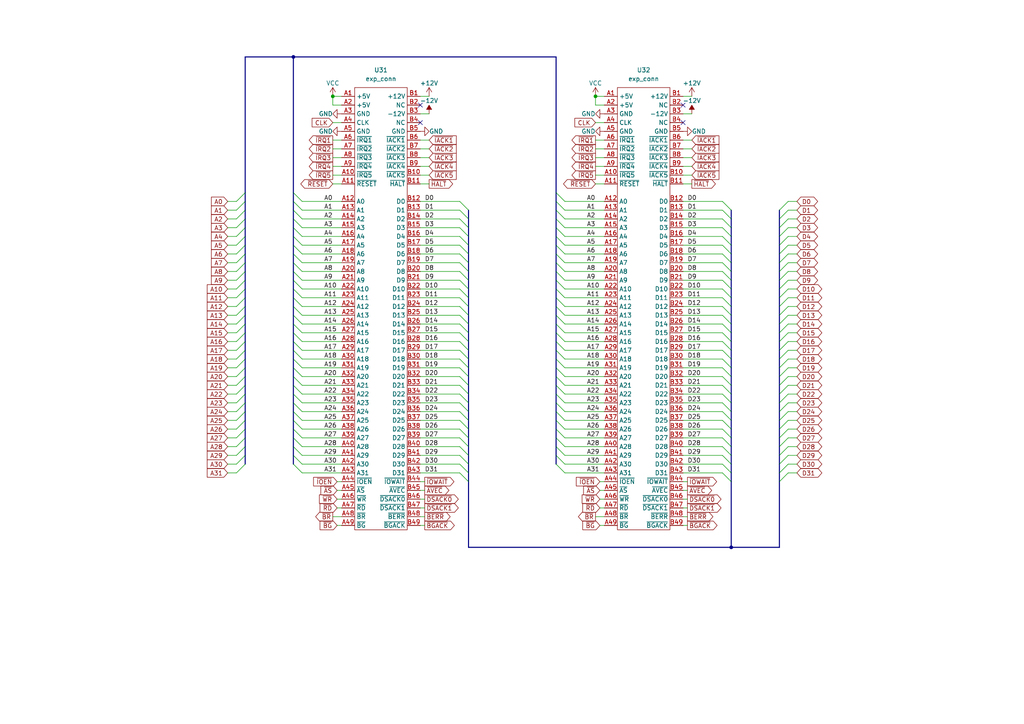
<source format=kicad_sch>
(kicad_sch (version 20211123) (generator eeschema)
  (paper "A4")
  (title_block (title "68030 computer") (date "2022-02-04") (rev "1") (comment 1 "https://github.com/jtsiomb/m68kcomputer2") (comment 2 "Free hardware design - GNU General Public License v3") (comment 3 "Copyright (C) 2022 John Tsiombikas <nuclear@member.fsf.org>"))
  (junction (at 96.52 27.94))
  (junction (at 212.09 158.75))
  (junction (at 85.09 16.51))
  (junction (at 172.72 27.94))
  (no_connect (at 121.92 30.48))
  (no_connect (at 121.92 35.56))
  (no_connect (at 198.12 30.48))
  (no_connect (at 198.12 35.56))
  (bus_entry (at 226.06 106.68) (size 2.54 -2.54))
  (bus_entry (at 209.55 66.04) (size 2.54 2.54))
  (bus_entry (at 161.29 104.14) (size 2.54 2.54))
  (bus_entry (at 68.58 101.6) (size 2.54 -2.54))
  (bus_entry (at 68.58 78.74) (size 2.54 -2.54))
  (bus_entry (at 226.06 124.46) (size 2.54 -2.54))
  (bus_entry (at 161.29 63.5) (size 2.54 2.54))
  (bus_entry (at 226.06 121.92) (size 2.54 -2.54))
  (bus_entry (at 161.29 66.04) (size 2.54 2.54))
  (bus_entry (at 209.55 101.6) (size 2.54 2.54))
  (bus_entry (at 226.06 114.3) (size 2.54 -2.54))
  (bus_entry (at 85.09 96.52) (size 2.54 2.54))
  (bus_entry (at 133.35 101.6) (size 2.54 2.54))
  (bus_entry (at 133.35 129.54) (size 2.54 2.54))
  (bus_entry (at 133.35 121.92) (size 2.54 2.54))
  (bus_entry (at 209.55 86.36) (size 2.54 2.54))
  (bus_entry (at 68.58 116.84) (size 2.54 -2.54))
  (bus_entry (at 85.09 101.6) (size 2.54 2.54))
  (bus_entry (at 226.06 81.28) (size 2.54 -2.54))
  (bus_entry (at 226.06 73.66) (size 2.54 -2.54))
  (bus_entry (at 226.06 116.84) (size 2.54 -2.54))
  (bus_entry (at 161.29 99.06) (size 2.54 2.54))
  (bus_entry (at 85.09 121.92) (size 2.54 2.54))
  (bus_entry (at 68.58 114.3) (size 2.54 -2.54))
  (bus_entry (at 209.55 137.16) (size 2.54 2.54))
  (bus_entry (at 85.09 78.74) (size 2.54 2.54))
  (bus_entry (at 68.58 73.66) (size 2.54 -2.54))
  (bus_entry (at 209.55 132.08) (size 2.54 2.54))
  (bus_entry (at 133.35 137.16) (size 2.54 2.54))
  (bus_entry (at 68.58 83.82) (size 2.54 -2.54))
  (bus_entry (at 68.58 121.92) (size 2.54 -2.54))
  (bus_entry (at 226.06 60.96) (size 2.54 -2.54))
  (bus_entry (at 226.06 68.58) (size 2.54 -2.54))
  (bus_entry (at 133.35 111.76) (size 2.54 2.54))
  (bus_entry (at 133.35 83.82) (size 2.54 2.54))
  (bus_entry (at 133.35 109.22) (size 2.54 2.54))
  (bus_entry (at 161.29 91.44) (size 2.54 2.54))
  (bus_entry (at 85.09 63.5) (size 2.54 2.54))
  (bus_entry (at 226.06 129.54) (size 2.54 -2.54))
  (bus_entry (at 209.55 114.3) (size 2.54 2.54))
  (bus_entry (at 226.06 86.36) (size 2.54 -2.54))
  (bus_entry (at 68.58 86.36) (size 2.54 -2.54))
  (bus_entry (at 161.29 134.62) (size 2.54 2.54))
  (bus_entry (at 209.55 109.22) (size 2.54 2.54))
  (bus_entry (at 209.55 68.58) (size 2.54 2.54))
  (bus_entry (at 161.29 121.92) (size 2.54 2.54))
  (bus_entry (at 226.06 99.06) (size 2.54 -2.54))
  (bus_entry (at 85.09 55.88) (size 2.54 2.54))
  (bus_entry (at 161.29 76.2) (size 2.54 2.54))
  (bus_entry (at 68.58 106.68) (size 2.54 -2.54))
  (bus_entry (at 161.29 93.98) (size 2.54 2.54))
  (bus_entry (at 68.58 76.2) (size 2.54 -2.54))
  (bus_entry (at 209.55 76.2) (size 2.54 2.54))
  (bus_entry (at 85.09 83.82) (size 2.54 2.54))
  (bus_entry (at 161.29 88.9) (size 2.54 2.54))
  (bus_entry (at 226.06 91.44) (size 2.54 -2.54))
  (bus_entry (at 226.06 78.74) (size 2.54 -2.54))
  (bus_entry (at 226.06 132.08) (size 2.54 -2.54))
  (bus_entry (at 133.35 78.74) (size 2.54 2.54))
  (bus_entry (at 85.09 93.98) (size 2.54 2.54))
  (bus_entry (at 226.06 93.98) (size 2.54 -2.54))
  (bus_entry (at 161.29 119.38) (size 2.54 2.54))
  (bus_entry (at 85.09 91.44) (size 2.54 2.54))
  (bus_entry (at 209.55 106.68) (size 2.54 2.54))
  (bus_entry (at 161.29 78.74) (size 2.54 2.54))
  (bus_entry (at 133.35 63.5) (size 2.54 2.54))
  (bus_entry (at 209.55 88.9) (size 2.54 2.54))
  (bus_entry (at 85.09 99.06) (size 2.54 2.54))
  (bus_entry (at 133.35 66.04) (size 2.54 2.54))
  (bus_entry (at 161.29 55.88) (size 2.54 2.54))
  (bus_entry (at 161.29 68.58) (size 2.54 2.54))
  (bus_entry (at 226.06 88.9) (size 2.54 -2.54))
  (bus_entry (at 226.06 76.2) (size 2.54 -2.54))
  (bus_entry (at 85.09 111.76) (size 2.54 2.54))
  (bus_entry (at 85.09 116.84) (size 2.54 2.54))
  (bus_entry (at 68.58 60.96) (size 2.54 -2.54))
  (bus_entry (at 226.06 137.16) (size 2.54 -2.54))
  (bus_entry (at 226.06 104.14) (size 2.54 -2.54))
  (bus_entry (at 133.35 106.68) (size 2.54 2.54))
  (bus_entry (at 161.29 86.36) (size 2.54 2.54))
  (bus_entry (at 209.55 111.76) (size 2.54 2.54))
  (bus_entry (at 85.09 134.62) (size 2.54 2.54))
  (bus_entry (at 209.55 71.12) (size 2.54 2.54))
  (bus_entry (at 85.09 73.66) (size 2.54 2.54))
  (bus_entry (at 68.58 66.04) (size 2.54 -2.54))
  (bus_entry (at 209.55 78.74) (size 2.54 2.54))
  (bus_entry (at 226.06 127) (size 2.54 -2.54))
  (bus_entry (at 85.09 129.54) (size 2.54 2.54))
  (bus_entry (at 85.09 76.2) (size 2.54 2.54))
  (bus_entry (at 85.09 124.46) (size 2.54 2.54))
  (bus_entry (at 68.58 71.12) (size 2.54 -2.54))
  (bus_entry (at 85.09 60.96) (size 2.54 2.54))
  (bus_entry (at 85.09 114.3) (size 2.54 2.54))
  (bus_entry (at 209.55 124.46) (size 2.54 2.54))
  (bus_entry (at 209.55 121.92) (size 2.54 2.54))
  (bus_entry (at 161.29 124.46) (size 2.54 2.54))
  (bus_entry (at 85.09 132.08) (size 2.54 2.54))
  (bus_entry (at 161.29 129.54) (size 2.54 2.54))
  (bus_entry (at 68.58 81.28) (size 2.54 -2.54))
  (bus_entry (at 68.58 58.42) (size 2.54 -2.54))
  (bus_entry (at 133.35 96.52) (size 2.54 2.54))
  (bus_entry (at 161.29 109.22) (size 2.54 2.54))
  (bus_entry (at 85.09 109.22) (size 2.54 2.54))
  (bus_entry (at 161.29 132.08) (size 2.54 2.54))
  (bus_entry (at 68.58 129.54) (size 2.54 -2.54))
  (bus_entry (at 68.58 63.5) (size 2.54 -2.54))
  (bus_entry (at 209.55 116.84) (size 2.54 2.54))
  (bus_entry (at 161.29 127) (size 2.54 2.54))
  (bus_entry (at 85.09 119.38) (size 2.54 2.54))
  (bus_entry (at 133.35 88.9) (size 2.54 2.54))
  (bus_entry (at 209.55 73.66) (size 2.54 2.54))
  (bus_entry (at 85.09 88.9) (size 2.54 2.54))
  (bus_entry (at 68.58 91.44) (size 2.54 -2.54))
  (bus_entry (at 161.29 101.6) (size 2.54 2.54))
  (bus_entry (at 85.09 58.42) (size 2.54 2.54))
  (bus_entry (at 133.35 91.44) (size 2.54 2.54))
  (bus_entry (at 226.06 83.82) (size 2.54 -2.54))
  (bus_entry (at 133.35 81.28) (size 2.54 2.54))
  (bus_entry (at 209.55 99.06) (size 2.54 2.54))
  (bus_entry (at 209.55 119.38) (size 2.54 2.54))
  (bus_entry (at 133.35 93.98) (size 2.54 2.54))
  (bus_entry (at 68.58 127) (size 2.54 -2.54))
  (bus_entry (at 85.09 127) (size 2.54 2.54))
  (bus_entry (at 133.35 119.38) (size 2.54 2.54))
  (bus_entry (at 68.58 93.98) (size 2.54 -2.54))
  (bus_entry (at 133.35 99.06) (size 2.54 2.54))
  (bus_entry (at 226.06 66.04) (size 2.54 -2.54))
  (bus_entry (at 85.09 71.12) (size 2.54 2.54))
  (bus_entry (at 133.35 124.46) (size 2.54 2.54))
  (bus_entry (at 133.35 116.84) (size 2.54 2.54))
  (bus_entry (at 68.58 99.06) (size 2.54 -2.54))
  (bus_entry (at 133.35 73.66) (size 2.54 2.54))
  (bus_entry (at 161.29 71.12) (size 2.54 2.54))
  (bus_entry (at 209.55 134.62) (size 2.54 2.54))
  (bus_entry (at 161.29 114.3) (size 2.54 2.54))
  (bus_entry (at 133.35 71.12) (size 2.54 2.54))
  (bus_entry (at 209.55 81.28) (size 2.54 2.54))
  (bus_entry (at 226.06 111.76) (size 2.54 -2.54))
  (bus_entry (at 133.35 134.62) (size 2.54 2.54))
  (bus_entry (at 161.29 73.66) (size 2.54 2.54))
  (bus_entry (at 209.55 83.82) (size 2.54 2.54))
  (bus_entry (at 68.58 68.58) (size 2.54 -2.54))
  (bus_entry (at 85.09 66.04) (size 2.54 2.54))
  (bus_entry (at 133.35 76.2) (size 2.54 2.54))
  (bus_entry (at 133.35 60.96) (size 2.54 2.54))
  (bus_entry (at 226.06 101.6) (size 2.54 -2.54))
  (bus_entry (at 68.58 88.9) (size 2.54 -2.54))
  (bus_entry (at 68.58 104.14) (size 2.54 -2.54))
  (bus_entry (at 161.29 83.82) (size 2.54 2.54))
  (bus_entry (at 226.06 139.7) (size 2.54 -2.54))
  (bus_entry (at 209.55 104.14) (size 2.54 2.54))
  (bus_entry (at 85.09 106.68) (size 2.54 2.54))
  (bus_entry (at 68.58 96.52) (size 2.54 -2.54))
  (bus_entry (at 226.06 96.52) (size 2.54 -2.54))
  (bus_entry (at 85.09 104.14) (size 2.54 2.54))
  (bus_entry (at 161.29 58.42) (size 2.54 2.54))
  (bus_entry (at 209.55 60.96) (size 2.54 2.54))
  (bus_entry (at 68.58 137.16) (size 2.54 -2.54))
  (bus_entry (at 133.35 86.36) (size 2.54 2.54))
  (bus_entry (at 209.55 63.5) (size 2.54 2.54))
  (bus_entry (at 226.06 134.62) (size 2.54 -2.54))
  (bus_entry (at 133.35 104.14) (size 2.54 2.54))
  (bus_entry (at 161.29 96.52) (size 2.54 2.54))
  (bus_entry (at 68.58 109.22) (size 2.54 -2.54))
  (bus_entry (at 209.55 91.44) (size 2.54 2.54))
  (bus_entry (at 161.29 111.76) (size 2.54 2.54))
  (bus_entry (at 161.29 60.96) (size 2.54 2.54))
  (bus_entry (at 68.58 111.76) (size 2.54 -2.54))
  (bus_entry (at 161.29 81.28) (size 2.54 2.54))
  (bus_entry (at 133.35 127) (size 2.54 2.54))
  (bus_entry (at 209.55 58.42) (size 2.54 2.54))
  (bus_entry (at 209.55 93.98) (size 2.54 2.54))
  (bus_entry (at 68.58 134.62) (size 2.54 -2.54))
  (bus_entry (at 68.58 124.46) (size 2.54 -2.54))
  (bus_entry (at 68.58 132.08) (size 2.54 -2.54))
  (bus_entry (at 85.09 81.28) (size 2.54 2.54))
  (bus_entry (at 161.29 106.68) (size 2.54 2.54))
  (bus_entry (at 133.35 68.58) (size 2.54 2.54))
  (bus_entry (at 209.55 96.52) (size 2.54 2.54))
  (bus_entry (at 226.06 63.5) (size 2.54 -2.54))
  (bus_entry (at 226.06 119.38) (size 2.54 -2.54))
  (bus_entry (at 226.06 109.22) (size 2.54 -2.54))
  (bus_entry (at 85.09 68.58) (size 2.54 2.54))
  (bus_entry (at 209.55 127) (size 2.54 2.54))
  (bus_entry (at 209.55 129.54) (size 2.54 2.54))
  (bus_entry (at 85.09 86.36) (size 2.54 2.54))
  (bus_entry (at 133.35 132.08) (size 2.54 2.54))
  (bus_entry (at 226.06 71.12) (size 2.54 -2.54))
  (bus_entry (at 68.58 119.38) (size 2.54 -2.54))
  (bus_entry (at 161.29 116.84) (size 2.54 2.54))
  (bus_entry (at 133.35 114.3) (size 2.54 2.54))
  (bus_entry (at 133.35 58.42) (size 2.54 2.54))
  (wire (pts (xy 121.92 101.6) (xy 133.35 101.6)))
  (wire (pts (xy 198.12 48.26) (xy 200.66 48.26)))
  (wire (pts (xy 66.04 93.98) (xy 68.58 93.98)))
  (wire (pts (xy 228.6 134.62) (xy 231.14 134.62)))
  (wire (pts (xy 66.04 60.96) (xy 68.58 60.96)))
  (bus (pts (xy 212.09 66.04) (xy 212.09 68.58)))
  (wire (pts (xy 228.6 96.52) (xy 231.14 96.52)))
  (wire (pts (xy 228.6 114.3) (xy 231.14 114.3)))
  (wire (pts (xy 163.83 101.6) (xy 175.26 101.6)))
  (wire (pts (xy 66.04 119.38) (xy 68.58 119.38)))
  (bus (pts (xy 135.89 101.6) (xy 135.89 104.14)))
  (bus (pts (xy 71.12 58.42) (xy 71.12 55.88)))
  (bus (pts (xy 212.09 134.62) (xy 212.09 137.16)))
  (wire (pts (xy 66.04 96.52) (xy 68.58 96.52)))
  (bus (pts (xy 71.12 127) (xy 71.12 124.46)))
  (bus (pts (xy 212.09 68.58) (xy 212.09 71.12)))
  (wire (pts (xy 66.04 76.2) (xy 68.58 76.2)))
  (bus (pts (xy 161.29 106.68) (xy 161.29 109.22)))
  (bus (pts (xy 161.29 73.66) (xy 161.29 76.2)))
  (wire (pts (xy 87.63 66.04) (xy 99.06 66.04)))
  (wire (pts (xy 198.12 96.52) (xy 209.55 96.52)))
  (wire (pts (xy 123.19 152.4) (xy 121.92 152.4)))
  (bus (pts (xy 85.09 16.51) (xy 161.29 16.51)))
  (wire (pts (xy 121.92 114.3) (xy 133.35 114.3)))
  (bus (pts (xy 226.06 83.82) (xy 226.06 81.28)))
  (wire (pts (xy 66.04 127) (xy 68.58 127)))
  (bus (pts (xy 71.12 83.82) (xy 71.12 81.28)))
  (wire (pts (xy 66.04 137.16) (xy 68.58 137.16)))
  (bus (pts (xy 226.06 139.7) (xy 226.06 137.16)))
  (wire (pts (xy 172.72 27.94) (xy 175.26 27.94)))
  (bus (pts (xy 85.09 71.12) (xy 85.09 68.58)))
  (bus (pts (xy 71.12 16.51) (xy 85.09 16.51)))
  (bus (pts (xy 85.09 86.36) (xy 85.09 83.82)))
  (wire (pts (xy 198.12 93.98) (xy 209.55 93.98)))
  (bus (pts (xy 212.09 63.5) (xy 212.09 66.04)))
  (bus (pts (xy 212.09 86.36) (xy 212.09 88.9)))
  (wire (pts (xy 198.12 127) (xy 209.55 127)))
  (wire (pts (xy 198.12 129.54) (xy 209.55 129.54)))
  (bus (pts (xy 135.89 71.12) (xy 135.89 73.66)))
  (bus (pts (xy 71.12 114.3) (xy 71.12 111.76)))
  (wire (pts (xy 121.92 66.04) (xy 133.35 66.04)))
  (wire (pts (xy 173.99 147.32) (xy 175.26 147.32)))
  (wire (pts (xy 87.63 129.54) (xy 99.06 129.54)))
  (bus (pts (xy 212.09 121.92) (xy 212.09 124.46)))
  (wire (pts (xy 198.12 83.82) (xy 209.55 83.82)))
  (wire (pts (xy 228.6 127) (xy 231.14 127)))
  (bus (pts (xy 85.09 116.84) (xy 85.09 114.3)))
  (wire (pts (xy 198.12 45.72) (xy 200.66 45.72)))
  (wire (pts (xy 121.92 119.38) (xy 133.35 119.38)))
  (wire (pts (xy 163.83 76.2) (xy 175.26 76.2)))
  (wire (pts (xy 87.63 93.98) (xy 99.06 93.98)))
  (bus (pts (xy 212.09 111.76) (xy 212.09 114.3)))
  (wire (pts (xy 228.6 101.6) (xy 231.14 101.6)))
  (bus (pts (xy 212.09 124.46) (xy 212.09 127)))
  (wire (pts (xy 121.92 63.5) (xy 133.35 63.5)))
  (bus (pts (xy 71.12 86.36) (xy 71.12 83.82)))
  (wire (pts (xy 198.12 73.66) (xy 209.55 73.66)))
  (bus (pts (xy 71.12 88.9) (xy 71.12 86.36)))
  (wire (pts (xy 198.12 114.3) (xy 209.55 114.3)))
  (bus (pts (xy 226.06 134.62) (xy 226.06 132.08)))
  (wire (pts (xy 87.63 60.96) (xy 99.06 60.96)))
  (bus (pts (xy 226.06 101.6) (xy 226.06 99.06)))
  (wire (pts (xy 198.12 119.38) (xy 209.55 119.38)))
  (bus (pts (xy 226.06 137.16) (xy 226.06 134.62)))
  (bus (pts (xy 135.89 119.38) (xy 135.89 121.92)))
  (wire (pts (xy 198.12 101.6) (xy 209.55 101.6)))
  (wire (pts (xy 121.92 33.02) (xy 124.46 33.02)))
  (wire (pts (xy 96.52 149.86) (xy 99.06 149.86)))
  (bus (pts (xy 135.89 114.3) (xy 135.89 116.84)))
  (bus (pts (xy 212.09 71.12) (xy 212.09 73.66)))
  (wire (pts (xy 163.83 63.5) (xy 175.26 63.5)))
  (bus (pts (xy 135.89 139.7) (xy 135.89 158.75)))
  (wire (pts (xy 87.63 111.76) (xy 99.06 111.76)))
  (wire (pts (xy 66.04 124.46) (xy 68.58 124.46)))
  (wire (pts (xy 172.72 50.8) (xy 175.26 50.8)))
  (wire (pts (xy 66.04 134.62) (xy 68.58 134.62)))
  (bus (pts (xy 85.09 58.42) (xy 85.09 55.88)))
  (wire (pts (xy 228.6 91.44) (xy 231.14 91.44)))
  (wire (pts (xy 163.83 134.62) (xy 175.26 134.62)))
  (wire (pts (xy 163.83 58.42) (xy 175.26 58.42)))
  (bus (pts (xy 71.12 116.84) (xy 71.12 114.3)))
  (bus (pts (xy 85.09 134.62) (xy 85.09 132.08)))
  (wire (pts (xy 121.92 121.92) (xy 133.35 121.92)))
  (bus (pts (xy 135.89 129.54) (xy 135.89 132.08)))
  (bus (pts (xy 71.12 66.04) (xy 71.12 63.5)))
  (bus (pts (xy 161.29 114.3) (xy 161.29 116.84)))
  (bus (pts (xy 85.09 88.9) (xy 85.09 86.36)))
  (wire (pts (xy 163.83 83.82) (xy 175.26 83.82)))
  (wire (pts (xy 172.72 27.94) (xy 172.72 30.48)))
  (wire (pts (xy 66.04 73.66) (xy 68.58 73.66)))
  (bus (pts (xy 226.06 96.52) (xy 226.06 93.98)))
  (wire (pts (xy 87.63 121.92) (xy 99.06 121.92)))
  (bus (pts (xy 226.06 124.46) (xy 226.06 121.92)))
  (wire (pts (xy 198.12 88.9) (xy 209.55 88.9)))
  (bus (pts (xy 85.09 109.22) (xy 85.09 106.68)))
  (bus (pts (xy 71.12 73.66) (xy 71.12 71.12)))
  (bus (pts (xy 71.12 60.96) (xy 71.12 58.42)))
  (wire (pts (xy 66.04 114.3) (xy 68.58 114.3)))
  (wire (pts (xy 198.12 40.64) (xy 200.66 40.64)))
  (wire (pts (xy 66.04 83.82) (xy 68.58 83.82)))
  (wire (pts (xy 121.92 149.86) (xy 123.19 149.86)))
  (wire (pts (xy 228.6 78.74) (xy 231.14 78.74)))
  (wire (pts (xy 121.92 86.36) (xy 133.35 86.36)))
  (bus (pts (xy 161.29 55.88) (xy 161.29 58.42)))
  (wire (pts (xy 66.04 132.08) (xy 68.58 132.08)))
  (wire (pts (xy 87.63 58.42) (xy 99.06 58.42)))
  (wire (pts (xy 163.83 116.84) (xy 175.26 116.84)))
  (wire (pts (xy 96.52 43.18) (xy 99.06 43.18)))
  (bus (pts (xy 161.29 66.04) (xy 161.29 68.58)))
  (wire (pts (xy 87.63 127) (xy 99.06 127)))
  (wire (pts (xy 66.04 129.54) (xy 68.58 129.54)))
  (wire (pts (xy 121.92 76.2) (xy 133.35 76.2)))
  (wire (pts (xy 198.12 147.32) (xy 199.39 147.32)))
  (wire (pts (xy 96.52 45.72) (xy 99.06 45.72)))
  (wire (pts (xy 198.12 124.46) (xy 209.55 124.46)))
  (wire (pts (xy 87.63 101.6) (xy 99.06 101.6)))
  (wire (pts (xy 228.6 119.38) (xy 231.14 119.38)))
  (wire (pts (xy 66.04 106.68) (xy 68.58 106.68)))
  (wire (pts (xy 66.04 78.74) (xy 68.58 78.74)))
  (bus (pts (xy 85.09 68.58) (xy 85.09 66.04)))
  (wire (pts (xy 163.83 132.08) (xy 175.26 132.08)))
  (wire (pts (xy 97.79 152.4) (xy 99.06 152.4)))
  (wire (pts (xy 163.83 124.46) (xy 175.26 124.46)))
  (wire (pts (xy 198.12 71.12) (xy 209.55 71.12)))
  (bus (pts (xy 212.09 83.82) (xy 212.09 86.36)))
  (bus (pts (xy 226.06 73.66) (xy 226.06 71.12)))
  (bus (pts (xy 212.09 60.96) (xy 212.09 63.5)))
  (wire (pts (xy 66.04 116.84) (xy 68.58 116.84)))
  (wire (pts (xy 228.6 83.82) (xy 231.14 83.82)))
  (bus (pts (xy 212.09 119.38) (xy 212.09 121.92)))
  (wire (pts (xy 121.92 81.28) (xy 133.35 81.28)))
  (wire (pts (xy 87.63 76.2) (xy 99.06 76.2)))
  (wire (pts (xy 66.04 91.44) (xy 68.58 91.44)))
  (wire (pts (xy 87.63 73.66) (xy 99.06 73.66)))
  (bus (pts (xy 71.12 76.2) (xy 71.12 73.66)))
  (wire (pts (xy 96.52 27.94) (xy 96.52 30.48)))
  (wire (pts (xy 228.6 58.42) (xy 231.14 58.42)))
  (bus (pts (xy 161.29 71.12) (xy 161.29 73.66)))
  (wire (pts (xy 66.04 104.14) (xy 68.58 104.14)))
  (bus (pts (xy 226.06 132.08) (xy 226.06 129.54)))
  (wire (pts (xy 198.12 50.8) (xy 200.66 50.8)))
  (bus (pts (xy 85.09 111.76) (xy 85.09 109.22)))
  (bus (pts (xy 226.06 104.14) (xy 226.06 101.6)))
  (bus (pts (xy 71.12 132.08) (xy 71.12 129.54)))
  (bus (pts (xy 85.09 132.08) (xy 85.09 129.54)))
  (wire (pts (xy 198.12 81.28) (xy 209.55 81.28)))
  (wire (pts (xy 198.12 116.84) (xy 209.55 116.84)))
  (bus (pts (xy 85.09 114.3) (xy 85.09 111.76)))
  (bus (pts (xy 226.06 109.22) (xy 226.06 106.68)))
  (wire (pts (xy 198.12 111.76) (xy 209.55 111.76)))
  (wire (pts (xy 121.92 96.52) (xy 133.35 96.52)))
  (bus (pts (xy 226.06 127) (xy 226.06 124.46)))
  (bus (pts (xy 71.12 55.88) (xy 71.12 16.51)))
  (bus (pts (xy 161.29 76.2) (xy 161.29 78.74)))
  (bus (pts (xy 135.89 88.9) (xy 135.89 91.44)))
  (bus (pts (xy 226.06 99.06) (xy 226.06 96.52)))
  (wire (pts (xy 121.92 50.8) (xy 124.46 50.8)))
  (bus (pts (xy 161.29 68.58) (xy 161.29 71.12)))
  (wire (pts (xy 163.83 93.98) (xy 175.26 93.98)))
  (bus (pts (xy 161.29 60.96) (xy 161.29 63.5)))
  (bus (pts (xy 135.89 99.06) (xy 135.89 101.6)))
  (bus (pts (xy 71.12 124.46) (xy 71.12 121.92)))
  (wire (pts (xy 198.12 106.68) (xy 209.55 106.68)))
  (bus (pts (xy 71.12 71.12) (xy 71.12 68.58)))
  (wire (pts (xy 121.92 88.9) (xy 133.35 88.9)))
  (wire (pts (xy 172.72 48.26) (xy 175.26 48.26)))
  (wire (pts (xy 66.04 111.76) (xy 68.58 111.76)))
  (wire (pts (xy 228.6 71.12) (xy 231.14 71.12)))
  (bus (pts (xy 212.09 99.06) (xy 212.09 101.6)))
  (wire (pts (xy 228.6 104.14) (xy 231.14 104.14)))
  (wire (pts (xy 228.6 76.2) (xy 231.14 76.2)))
  (wire (pts (xy 66.04 71.12) (xy 68.58 71.12)))
  (wire (pts (xy 121.92 71.12) (xy 133.35 71.12)))
  (bus (pts (xy 85.09 81.28) (xy 85.09 78.74)))
  (wire (pts (xy 121.92 142.24) (xy 123.19 142.24)))
  (wire (pts (xy 198.12 109.22) (xy 209.55 109.22)))
  (wire (pts (xy 163.83 86.36) (xy 175.26 86.36)))
  (bus (pts (xy 85.09 96.52) (xy 85.09 93.98)))
  (wire (pts (xy 163.83 73.66) (xy 175.26 73.66)))
  (bus (pts (xy 71.12 78.74) (xy 71.12 76.2)))
  (bus (pts (xy 71.12 129.54) (xy 71.12 127)))
  (wire (pts (xy 198.12 53.34) (xy 200.66 53.34)))
  (bus (pts (xy 161.29 63.5) (xy 161.29 66.04)))
  (bus (pts (xy 212.09 93.98) (xy 212.09 96.52)))
  (wire (pts (xy 87.63 86.36) (xy 99.06 86.36)))
  (bus (pts (xy 212.09 81.28) (xy 212.09 83.82)))
  (bus (pts (xy 85.09 66.04) (xy 85.09 63.5)))
  (bus (pts (xy 135.89 78.74) (xy 135.89 81.28)))
  (wire (pts (xy 87.63 106.68) (xy 99.06 106.68)))
  (wire (pts (xy 198.12 104.14) (xy 209.55 104.14)))
  (bus (pts (xy 135.89 111.76) (xy 135.89 114.3)))
  (bus (pts (xy 71.12 101.6) (xy 71.12 99.06)))
  (wire (pts (xy 121.92 106.68) (xy 133.35 106.68)))
  (wire (pts (xy 163.83 127) (xy 175.26 127)))
  (wire (pts (xy 121.92 53.34) (xy 124.46 53.34)))
  (wire (pts (xy 163.83 129.54) (xy 175.26 129.54)))
  (wire (pts (xy 96.52 40.64) (xy 99.06 40.64)))
  (wire (pts (xy 121.92 91.44) (xy 133.35 91.44)))
  (bus (pts (xy 212.09 96.52) (xy 212.09 99.06)))
  (bus (pts (xy 135.89 104.14) (xy 135.89 106.68)))
  (wire (pts (xy 198.12 76.2) (xy 209.55 76.2)))
  (wire (pts (xy 96.52 30.48) (xy 99.06 30.48)))
  (wire (pts (xy 96.52 53.34) (xy 99.06 53.34)))
  (bus (pts (xy 226.06 116.84) (xy 226.06 114.3)))
  (wire (pts (xy 87.63 104.14) (xy 99.06 104.14)))
  (wire (pts (xy 87.63 81.28) (xy 99.06 81.28)))
  (wire (pts (xy 172.72 43.18) (xy 175.26 43.18)))
  (bus (pts (xy 135.89 116.84) (xy 135.89 119.38)))
  (wire (pts (xy 121.92 48.26) (xy 124.46 48.26)))
  (bus (pts (xy 85.09 119.38) (xy 85.09 116.84)))
  (wire (pts (xy 163.83 71.12) (xy 175.26 71.12)))
  (bus (pts (xy 226.06 129.54) (xy 226.06 127)))
  (wire (pts (xy 198.12 58.42) (xy 209.55 58.42)))
  (wire (pts (xy 163.83 106.68) (xy 175.26 106.68)))
  (wire (pts (xy 172.72 35.56) (xy 175.26 35.56)))
  (bus (pts (xy 161.29 109.22) (xy 161.29 111.76)))
  (bus (pts (xy 212.09 101.6) (xy 212.09 104.14)))
  (wire (pts (xy 121.92 129.54) (xy 133.35 129.54)))
  (bus (pts (xy 85.09 83.82) (xy 85.09 81.28)))
  (wire (pts (xy 121.92 60.96) (xy 133.35 60.96)))
  (bus (pts (xy 161.29 101.6) (xy 161.29 104.14)))
  (wire (pts (xy 228.6 86.36) (xy 231.14 86.36)))
  (bus (pts (xy 71.12 63.5) (xy 71.12 60.96)))
  (wire (pts (xy 87.63 71.12) (xy 99.06 71.12)))
  (bus (pts (xy 71.12 109.22) (xy 71.12 106.68)))
  (bus (pts (xy 85.09 63.5) (xy 85.09 60.96)))
  (wire (pts (xy 163.83 111.76) (xy 175.26 111.76)))
  (wire (pts (xy 172.72 53.34) (xy 175.26 53.34)))
  (bus (pts (xy 135.89 93.98) (xy 135.89 96.52)))
  (bus (pts (xy 85.09 76.2) (xy 85.09 73.66)))
  (wire (pts (xy 97.79 142.24) (xy 99.06 142.24)))
  (wire (pts (xy 121.92 45.72) (xy 124.46 45.72)))
  (bus (pts (xy 161.29 81.28) (xy 161.29 83.82)))
  (wire (pts (xy 228.6 106.68) (xy 231.14 106.68)))
  (bus (pts (xy 135.89 132.08) (xy 135.89 134.62)))
  (bus (pts (xy 135.89 86.36) (xy 135.89 88.9)))
  (bus (pts (xy 71.12 81.28) (xy 71.12 78.74)))
  (wire (pts (xy 198.12 33.02) (xy 200.66 33.02)))
  (wire (pts (xy 66.04 121.92) (xy 68.58 121.92)))
  (wire (pts (xy 87.63 134.62) (xy 99.06 134.62)))
  (wire (pts (xy 121.92 73.66) (xy 133.35 73.66)))
  (bus (pts (xy 161.29 16.51) (xy 161.29 55.88)))
  (bus (pts (xy 85.09 93.98) (xy 85.09 91.44)))
  (wire (pts (xy 228.6 66.04) (xy 231.14 66.04)))
  (wire (pts (xy 228.6 88.9) (xy 231.14 88.9)))
  (bus (pts (xy 161.29 111.76) (xy 161.29 114.3)))
  (wire (pts (xy 198.12 91.44) (xy 209.55 91.44)))
  (wire (pts (xy 87.63 78.74) (xy 99.06 78.74)))
  (bus (pts (xy 226.06 111.76) (xy 226.06 109.22)))
  (bus (pts (xy 226.06 119.38) (xy 226.06 116.84)))
  (bus (pts (xy 85.09 91.44) (xy 85.09 88.9)))
  (wire (pts (xy 198.12 144.78) (xy 199.39 144.78)))
  (bus (pts (xy 226.06 81.28) (xy 226.06 78.74)))
  (bus (pts (xy 161.29 119.38) (xy 161.29 121.92)))
  (bus (pts (xy 212.09 88.9) (xy 212.09 91.44)))
  (wire (pts (xy 163.83 88.9) (xy 175.26 88.9)))
  (wire (pts (xy 66.04 58.42) (xy 68.58 58.42)))
  (bus (pts (xy 161.29 116.84) (xy 161.29 119.38)))
  (wire (pts (xy 228.6 132.08) (xy 231.14 132.08)))
  (bus (pts (xy 212.09 78.74) (xy 212.09 81.28)))
  (wire (pts (xy 198.12 63.5) (xy 209.55 63.5)))
  (wire (pts (xy 87.63 88.9) (xy 99.06 88.9)))
  (wire (pts (xy 96.52 50.8) (xy 99.06 50.8)))
  (bus (pts (xy 135.89 76.2) (xy 135.89 78.74)))
  (wire (pts (xy 198.12 121.92) (xy 209.55 121.92)))
  (bus (pts (xy 135.89 121.92) (xy 135.89 124.46)))
  (wire (pts (xy 163.83 78.74) (xy 175.26 78.74)))
  (wire (pts (xy 97.79 139.7) (xy 99.06 139.7)))
  (wire (pts (xy 87.63 116.84) (xy 99.06 116.84)))
  (bus (pts (xy 85.09 78.74) (xy 85.09 76.2)))
  (bus (pts (xy 135.89 63.5) (xy 135.89 66.04)))
  (bus (pts (xy 161.29 127) (xy 161.29 129.54)))
  (bus (pts (xy 85.09 60.96) (xy 85.09 58.42)))
  (bus (pts (xy 135.89 127) (xy 135.89 129.54)))
  (bus (pts (xy 226.06 121.92) (xy 226.06 119.38)))
  (wire (pts (xy 87.63 124.46) (xy 99.06 124.46)))
  (wire (pts (xy 198.12 86.36) (xy 209.55 86.36)))
  (bus (pts (xy 226.06 71.12) (xy 226.06 68.58)))
  (bus (pts (xy 226.06 91.44) (xy 226.06 88.9)))
  (bus (pts (xy 135.89 60.96) (xy 135.89 63.5)))
  (wire (pts (xy 121.92 132.08) (xy 133.35 132.08)))
  (bus (pts (xy 135.89 81.28) (xy 135.89 83.82)))
  (bus (pts (xy 212.09 109.22) (xy 212.09 111.76)))
  (bus (pts (xy 71.12 111.76) (xy 71.12 109.22)))
  (wire (pts (xy 87.63 91.44) (xy 99.06 91.44)))
  (wire (pts (xy 121.92 68.58) (xy 133.35 68.58)))
  (bus (pts (xy 226.06 106.68) (xy 226.06 104.14)))
  (wire (pts (xy 121.92 109.22) (xy 133.35 109.22)))
  (bus (pts (xy 135.89 134.62) (xy 135.89 137.16)))
  (wire (pts (xy 228.6 129.54) (xy 231.14 129.54)))
  (bus (pts (xy 161.29 88.9) (xy 161.29 91.44)))
  (wire (pts (xy 66.04 86.36) (xy 68.58 86.36)))
  (wire (pts (xy 198.12 134.62) (xy 209.55 134.62)))
  (bus (pts (xy 161.29 124.46) (xy 161.29 127)))
  (wire (pts (xy 121.92 40.64) (xy 124.46 40.64)))
  (bus (pts (xy 161.29 86.36) (xy 161.29 88.9)))
  (wire (pts (xy 198.12 149.86) (xy 199.39 149.86)))
  (bus (pts (xy 135.89 124.46) (xy 135.89 127)))
  (wire (pts (xy 163.83 66.04) (xy 175.26 66.04)))
  (bus (pts (xy 212.09 116.84) (xy 212.09 119.38)))
  (wire (pts (xy 66.04 63.5) (xy 68.58 63.5)))
  (wire (pts (xy 121.92 144.78) (xy 123.19 144.78)))
  (bus (pts (xy 212.09 132.08) (xy 212.09 134.62)))
  (bus (pts (xy 71.12 106.68) (xy 71.12 104.14)))
  (wire (pts (xy 173.99 144.78) (xy 175.26 144.78)))
  (wire (pts (xy 198.12 66.04) (xy 209.55 66.04)))
  (bus (pts (xy 85.09 73.66) (xy 85.09 71.12)))
  (bus (pts (xy 212.09 137.16) (xy 212.09 139.7)))
  (wire (pts (xy 87.63 83.82) (xy 99.06 83.82)))
  (wire (pts (xy 87.63 63.5) (xy 99.06 63.5)))
  (bus (pts (xy 161.29 83.82) (xy 161.29 86.36)))
  (wire (pts (xy 163.83 109.22) (xy 175.26 109.22)))
  (bus (pts (xy 85.09 101.6) (xy 85.09 99.06)))
  (wire (pts (xy 198.12 137.16) (xy 209.55 137.16)))
  (wire (pts (xy 228.6 81.28) (xy 231.14 81.28)))
  (wire (pts (xy 172.72 30.48) (xy 175.26 30.48)))
  (wire (pts (xy 121.92 58.42) (xy 133.35 58.42)))
  (wire (pts (xy 66.04 99.06) (xy 68.58 99.06)))
  (wire (pts (xy 87.63 132.08) (xy 99.06 132.08)))
  (wire (pts (xy 96.52 35.56) (xy 99.06 35.56)))
  (bus (pts (xy 135.89 137.16) (xy 135.89 139.7)))
  (wire (pts (xy 172.72 45.72) (xy 175.26 45.72)))
  (wire (pts (xy 121.92 116.84) (xy 133.35 116.84)))
  (wire (pts (xy 96.52 48.26) (xy 99.06 48.26)))
  (bus (pts (xy 71.12 93.98) (xy 71.12 91.44)))
  (bus (pts (xy 161.29 96.52) (xy 161.29 99.06)))
  (wire (pts (xy 121.92 104.14) (xy 133.35 104.14)))
  (wire (pts (xy 121.92 137.16) (xy 133.35 137.16)))
  (bus (pts (xy 226.06 66.04) (xy 226.06 63.5)))
  (bus (pts (xy 161.29 121.92) (xy 161.29 124.46)))
  (wire (pts (xy 87.63 137.16) (xy 99.06 137.16)))
  (bus (pts (xy 226.06 63.5) (xy 226.06 60.96)))
  (bus (pts (xy 226.06 78.74) (xy 226.06 76.2)))
  (bus (pts (xy 212.09 104.14) (xy 212.09 106.68)))
  (wire (pts (xy 87.63 109.22) (xy 99.06 109.22)))
  (wire (pts (xy 87.63 96.52) (xy 99.06 96.52)))
  (bus (pts (xy 161.29 132.08) (xy 161.29 134.62)))
  (wire (pts (xy 198.12 139.7) (xy 199.39 139.7)))
  (wire (pts (xy 121.92 147.32) (xy 123.19 147.32)))
  (bus (pts (xy 226.06 86.36) (xy 226.06 83.82)))
  (bus (pts (xy 226.06 114.3) (xy 226.06 111.76)))
  (wire (pts (xy 66.04 66.04) (xy 68.58 66.04)))
  (bus (pts (xy 226.06 158.75) (xy 226.06 139.7)))
  (bus (pts (xy 135.89 106.68) (xy 135.89 109.22)))
  (bus (pts (xy 161.29 58.42) (xy 161.29 60.96)))
  (bus (pts (xy 212.09 114.3) (xy 212.09 116.84)))
  (wire (pts (xy 87.63 114.3) (xy 99.06 114.3)))
  (bus (pts (xy 212.09 129.54) (xy 212.09 132.08)))
  (wire (pts (xy 97.79 147.32) (xy 99.06 147.32)))
  (bus (pts (xy 71.12 134.62) (xy 71.12 132.08)))
  (bus (pts (xy 135.89 68.58) (xy 135.89 71.12)))
  (wire (pts (xy 66.04 68.58) (xy 68.58 68.58)))
  (wire (pts (xy 66.04 81.28) (xy 68.58 81.28)))
  (wire (pts (xy 66.04 109.22) (xy 68.58 109.22)))
  (wire (pts (xy 163.83 119.38) (xy 175.26 119.38)))
  (wire (pts (xy 163.83 68.58) (xy 175.26 68.58)))
  (bus (pts (xy 71.12 99.06) (xy 71.12 96.52)))
  (wire (pts (xy 163.83 96.52) (xy 175.26 96.52)))
  (wire (pts (xy 198.12 43.18) (xy 200.66 43.18)))
  (bus (pts (xy 85.09 129.54) (xy 85.09 127)))
  (wire (pts (xy 228.6 111.76) (xy 231.14 111.76)))
  (bus (pts (xy 226.06 68.58) (xy 226.06 66.04)))
  (bus (pts (xy 71.12 121.92) (xy 71.12 119.38)))
  (wire (pts (xy 163.83 121.92) (xy 175.26 121.92)))
  (bus (pts (xy 85.09 106.68) (xy 85.09 104.14)))
  (wire (pts (xy 87.63 68.58) (xy 99.06 68.58)))
  (wire (pts (xy 87.63 119.38) (xy 99.06 119.38)))
  (bus (pts (xy 135.89 96.52) (xy 135.89 99.06)))
  (bus (pts (xy 85.09 127) (xy 85.09 124.46)))
  (bus (pts (xy 85.09 99.06) (xy 85.09 96.52)))
  (bus (pts (xy 71.12 96.52) (xy 71.12 93.98)))
  (wire (pts (xy 121.92 134.62) (xy 133.35 134.62)))
  (bus (pts (xy 212.09 158.75) (xy 226.06 158.75)))
  (bus (pts (xy 71.12 68.58) (xy 71.12 66.04)))
  (bus (pts (xy 135.89 83.82) (xy 135.89 86.36)))
  (wire (pts (xy 121.92 83.82) (xy 133.35 83.82)))
  (wire (pts (xy 121.92 124.46) (xy 133.35 124.46)))
  (wire (pts (xy 198.12 142.24) (xy 199.39 142.24)))
  (wire (pts (xy 163.83 137.16) (xy 175.26 137.16)))
  (bus (pts (xy 71.12 119.38) (xy 71.12 116.84)))
  (wire (pts (xy 121.92 93.98) (xy 133.35 93.98)))
  (wire (pts (xy 96.52 27.94) (xy 99.06 27.94)))
  (wire (pts (xy 163.83 91.44) (xy 175.26 91.44)))
  (wire (pts (xy 173.99 142.24) (xy 175.26 142.24)))
  (bus (pts (xy 226.06 88.9) (xy 226.06 86.36)))
  (wire (pts (xy 121.92 111.76) (xy 133.35 111.76)))
  (bus (pts (xy 71.12 91.44) (xy 71.12 88.9)))
  (wire (pts (xy 163.83 81.28) (xy 175.26 81.28)))
  (bus (pts (xy 71.12 104.14) (xy 71.12 101.6)))
  (bus (pts (xy 161.29 91.44) (xy 161.29 93.98)))
  (wire (pts (xy 228.6 121.92) (xy 231.14 121.92)))
  (wire (pts (xy 173.99 152.4) (xy 175.26 152.4)))
  (bus (pts (xy 85.09 124.46) (xy 85.09 121.92)))
  (wire (pts (xy 228.6 116.84) (xy 231.14 116.84)))
  (bus (pts (xy 135.89 158.75) (xy 212.09 158.75)))
  (bus (pts (xy 212.09 76.2) (xy 212.09 78.74)))
  (bus (pts (xy 212.09 127) (xy 212.09 129.54)))
  (wire (pts (xy 66.04 88.9) (xy 68.58 88.9)))
  (bus (pts (xy 85.09 121.92) (xy 85.09 119.38)))
  (wire (pts (xy 163.83 114.3) (xy 175.26 114.3)))
  (bus (pts (xy 135.89 91.44) (xy 135.89 93.98)))
  (wire (pts (xy 228.6 60.96) (xy 231.14 60.96)))
  (bus (pts (xy 226.06 93.98) (xy 226.06 91.44)))
  (wire (pts (xy 198.12 68.58) (xy 209.55 68.58)))
  (bus (pts (xy 161.29 99.06) (xy 161.29 101.6)))
  (bus (pts (xy 135.89 66.04) (xy 135.89 68.58)))
  (bus (pts (xy 85.09 104.14) (xy 85.09 101.6)))
  (bus (pts (xy 85.09 55.88) (xy 85.09 16.51)))
  (wire (pts (xy 228.6 99.06) (xy 231.14 99.06)))
  (bus (pts (xy 161.29 93.98) (xy 161.29 96.52)))
  (bus (pts (xy 135.89 109.22) (xy 135.89 111.76)))
  (bus (pts (xy 161.29 129.54) (xy 161.29 132.08)))
  (wire (pts (xy 121.92 99.06) (xy 133.35 99.06)))
  (wire (pts (xy 163.83 99.06) (xy 175.26 99.06)))
  (wire (pts (xy 228.6 68.58) (xy 231.14 68.58)))
  (wire (pts (xy 198.12 27.94) (xy 200.66 27.94)))
  (bus (pts (xy 212.09 106.68) (xy 212.09 109.22)))
  (wire (pts (xy 173.99 139.7) (xy 175.26 139.7)))
  (wire (pts (xy 87.63 99.06) (xy 99.06 99.06)))
  (wire (pts (xy 121.92 139.7) (xy 123.19 139.7)))
  (wire (pts (xy 121.92 78.74) (xy 133.35 78.74)))
  (wire (pts (xy 66.04 101.6) (xy 68.58 101.6)))
  (wire (pts (xy 97.79 144.78) (xy 99.06 144.78)))
  (wire (pts (xy 121.92 127) (xy 133.35 127)))
  (wire (pts (xy 228.6 63.5) (xy 231.14 63.5)))
  (wire (pts (xy 198.12 132.08) (xy 209.55 132.08)))
  (wire (pts (xy 198.12 99.06) (xy 209.55 99.06)))
  (wire (pts (xy 199.39 152.4) (xy 198.12 152.4)))
  (bus (pts (xy 135.89 73.66) (xy 135.89 76.2)))
  (bus (pts (xy 226.06 76.2) (xy 226.06 73.66)))
  (wire (pts (xy 172.72 40.64) (xy 175.26 40.64)))
  (wire (pts (xy 121.92 43.18) (xy 124.46 43.18)))
  (wire (pts (xy 163.83 60.96) (xy 175.26 60.96)))
  (wire (pts (xy 172.72 149.86) (xy 175.26 149.86)))
  (wire (pts (xy 228.6 109.22) (xy 231.14 109.22)))
  (wire (pts (xy 198.12 78.74) (xy 209.55 78.74)))
  (bus (pts (xy 212.09 91.44) (xy 212.09 93.98)))
  (wire (pts (xy 228.6 124.46) (xy 231.14 124.46)))
  (bus (pts (xy 212.09 73.66) (xy 212.09 76.2)))
  (wire (pts (xy 198.12 60.96) (xy 209.55 60.96)))
  (bus (pts (xy 161.29 78.74) (xy 161.29 81.28)))
  (bus (pts (xy 212.09 139.7) (xy 212.09 158.75)))
  (wire (pts (xy 163.83 104.14) (xy 175.26 104.14)))
  (wire (pts (xy 228.6 93.98) (xy 231.14 93.98)))
  (wire (pts (xy 228.6 73.66) (xy 231.14 73.66)))
  (bus (pts (xy 161.29 104.14) (xy 161.29 106.68)))
  (wire (pts (xy 121.92 27.94) (xy 124.46 27.94)))
  (wire (pts (xy 228.6 137.16) (xy 231.14 137.16)))
  (label "D16" (at 199.39 99.06 0))
  (label "D13" (at 123.19 91.44 0))
  (label "D15" (at 199.39 96.52 0))
  (label "D3" (at 123.19 66.04 0))
  (label "D30" (at 199.39 134.62 0))
  (label "A5" (at 93.98 71.12 0))
  (label "A28" (at 93.98 129.54 0))
  (label "A18" (at 170.18 104.14 0))
  (label "D8" (at 123.19 78.74 0))
  (label "D10" (at 199.39 83.82 0))
  (label "A9" (at 93.98 81.28 0))
  (label "D11" (at 199.39 86.36 0))
  (label "D4" (at 199.39 68.58 0))
  (label "D23" (at 199.39 116.84 0))
  (label "D31" (at 123.19 137.16 0))
  (label "D29" (at 123.19 132.08 0))
  (label "D24" (at 123.19 119.38 0))
  (label "D4" (at 123.19 68.58 0))
  (label "A31" (at 170.18 137.16 0))
  (label "A21" (at 170.18 111.76 0))
  (label "D21" (at 123.19 111.76 0))
  (label "A11" (at 93.98 86.36 0))
  (label "A31" (at 93.98 137.16 0))
  (label "A21" (at 93.98 111.76 0))
  (label "A11" (at 170.18 86.36 0))
  (label "A20" (at 170.18 109.22 0))
  (label "D21" (at 199.39 111.76 0))
  (label "A13" (at 170.18 91.44 0))
  (label "D27" (at 199.39 127 0))
  (label "D27" (at 123.19 127 0))
  (label "A10" (at 93.98 83.82 0))
  (label "D14" (at 123.19 93.98 0))
  (label "A3" (at 93.98 66.04 0))
  (label "D17" (at 123.19 101.6 0))
  (label "A19" (at 170.18 106.68 0))
  (label "A14" (at 170.18 93.98 0))
  (label "A1" (at 170.18 60.96 0))
  (label "A30" (at 93.98 134.62 0))
  (label "D16" (at 123.19 99.06 0))
  (label "D22" (at 123.19 114.3 0))
  (label "D9" (at 123.19 81.28 0))
  (label "D18" (at 199.39 104.14 0))
  (label "A5" (at 170.18 71.12 0))
  (label "A26" (at 93.98 124.46 0))
  (label "D1" (at 199.39 60.96 0))
  (label "A12" (at 93.98 88.9 0))
  (label "A27" (at 170.18 127 0))
  (label "A24" (at 93.98 119.38 0))
  (label "D2" (at 123.19 63.5 0))
  (label "D9" (at 199.39 81.28 0))
  (label "A15" (at 170.18 96.52 0))
  (label "D1" (at 123.19 60.96 0))
  (label "A10" (at 170.18 83.82 0))
  (label "A15" (at 93.98 96.52 0))
  (label "D5" (at 199.39 71.12 0))
  (label "A9" (at 170.18 81.28 0))
  (label "A24" (at 170.18 119.38 0))
  (label "A16" (at 93.98 99.06 0))
  (label "D7" (at 199.39 76.2 0))
  (label "D24" (at 199.39 119.38 0))
  (label "A17" (at 93.98 101.6 0))
  (label "D12" (at 123.19 88.9 0))
  (label "D29" (at 199.39 132.08 0))
  (label "D19" (at 123.19 106.68 0))
  (label "A25" (at 93.98 121.92 0))
  (label "A0" (at 170.18 58.42 0))
  (label "D28" (at 123.19 129.54 0))
  (label "D19" (at 199.39 106.68 0))
  (label "A28" (at 170.18 129.54 0))
  (label "A4" (at 170.18 68.58 0))
  (label "A2" (at 93.98 63.5 0))
  (label "D5" (at 123.19 71.12 0))
  (label "A22" (at 170.18 114.3 0))
  (label "A18" (at 93.98 104.14 0))
  (label "D0" (at 123.19 58.42 0))
  (label "A26" (at 170.18 124.46 0))
  (label "A30" (at 170.18 134.62 0))
  (label "D6" (at 123.19 73.66 0))
  (label "D8" (at 199.39 78.74 0))
  (label "A12" (at 170.18 88.9 0))
  (label "D2" (at 199.39 63.5 0))
  (label "D26" (at 123.19 124.46 0))
  (label "D25" (at 123.19 121.92 0))
  (label "A25" (at 170.18 121.92 0))
  (label "D17" (at 199.39 101.6 0))
  (label "D10" (at 123.19 83.82 0))
  (label "A4" (at 93.98 68.58 0))
  (label "D12" (at 199.39 88.9 0))
  (label "A22" (at 93.98 114.3 0))
  (label "A13" (at 93.98 91.44 0))
  (label "D0" (at 199.39 58.42 0))
  (label "D25" (at 199.39 121.92 0))
  (label "A23" (at 93.98 116.84 0))
  (label "A6" (at 93.98 73.66 0))
  (label "A17" (at 170.18 101.6 0))
  (label "D30" (at 123.19 134.62 0))
  (label "A19" (at 93.98 106.68 0))
  (label "A1" (at 93.98 60.96 0))
  (label "D31" (at 199.39 137.16 0))
  (label "D14" (at 199.39 93.98 0))
  (label "A29" (at 93.98 132.08 0))
  (label "A8" (at 170.18 78.74 0))
  (label "A8" (at 93.98 78.74 0))
  (label "D20" (at 123.19 109.22 0))
  (label "A3" (at 170.18 66.04 0))
  (label "A23" (at 170.18 116.84 0))
  (label "A7" (at 170.18 76.2 0))
  (label "A20" (at 93.98 109.22 0))
  (label "A14" (at 93.98 93.98 0))
  (label "D11" (at 123.19 86.36 0))
  (label "A7" (at 93.98 76.2 0))
  (label "A29" (at 170.18 132.08 0))
  (label "A6" (at 170.18 73.66 0))
  (label "A2" (at 170.18 63.5 0))
  (label "D7" (at 123.19 76.2 0))
  (label "A27" (at 93.98 127 0))
  (label "D18" (at 123.19 104.14 0))
  (label "D22" (at 199.39 114.3 0))
  (label "D26" (at 199.39 124.46 0))
  (label "D28" (at 199.39 129.54 0))
  (label "D15" (at 123.19 96.52 0))
  (label "A0" (at 93.98 58.42 0))
  (label "D13" (at 199.39 91.44 0))
  (label "D6" (at 199.39 73.66 0))
  (label "A16" (at 170.18 99.06 0))
  (label "D23" (at 123.19 116.84 0))
  (label "D20" (at 199.39 109.22 0))
  (label "D3" (at 199.39 66.04 0))
  (global_label "D10" (shape bidirectional) (at 231.14 83.82 0) (property "Intersheet References" "${INTERSHEET_REFS}" (effects hide)))
  (global_label "~{IACK2}" (shape input) (at 124.46 43.18 0) (property "Intersheet References" "${INTERSHEET_REFS}" (effects hide)))
  (global_label "D12" (shape bidirectional) (at 231.14 88.9 0) (property "Intersheet References" "${INTERSHEET_REFS}" (effects hide)))
  (global_label "~{IOWAIT}" (shape output) (at 199.39 139.7 0) (property "Intersheet References" "${INTERSHEET_REFS}" (effects hide)))
  (global_label "A2" (shape input) (at 66.04 63.5 180) (property "Intersheet References" "${INTERSHEET_REFS}" (effects hide)))
  (global_label "~{IACK4}" (shape input) (at 124.46 48.26 0) (property "Intersheet References" "${INTERSHEET_REFS}" (effects hide)))
  (global_label "D19" (shape bidirectional) (at 231.14 106.68 0) (property "Intersheet References" "${INTERSHEET_REFS}" (effects hide)))
  (global_label "D21" (shape bidirectional) (at 231.14 111.76 0) (property "Intersheet References" "${INTERSHEET_REFS}" (effects hide)))
  (global_label "~{IRQ3}" (shape output) (at 96.52 45.72 180) (property "Intersheet References" "${INTERSHEET_REFS}" (effects hide)))
  (global_label "~{IRQ1}" (shape output) (at 96.52 40.64 180) (property "Intersheet References" "${INTERSHEET_REFS}" (effects hide)))
  (global_label "A4" (shape input) (at 66.04 68.58 180) (property "Intersheet References" "${INTERSHEET_REFS}" (effects hide)))
  (global_label "A13" (shape input) (at 66.04 91.44 180) (property "Intersheet References" "${INTERSHEET_REFS}" (effects hide)))
  (global_label "~{BR}" (shape output) (at 96.52 149.86 180) (property "Intersheet References" "${INTERSHEET_REFS}" (effects hide)))
  (global_label "A28" (shape input) (at 66.04 129.54 180) (property "Intersheet References" "${INTERSHEET_REFS}" (effects hide)))
  (global_label "~{RD}" (shape input) (at 97.79 147.32 180) (property "Intersheet References" "${INTERSHEET_REFS}" (effects hide)))
  (global_label "A0" (shape input) (at 66.04 58.42 180) (property "Intersheet References" "${INTERSHEET_REFS}" (effects hide)))
  (global_label "A30" (shape input) (at 66.04 134.62 180) (property "Intersheet References" "${INTERSHEET_REFS}" (effects hide)))
  (global_label "~{IOWAIT}" (shape output) (at 123.19 139.7 0) (property "Intersheet References" "${INTERSHEET_REFS}" (effects hide)))
  (global_label "~{BERR}" (shape output) (at 123.19 149.86 0) (property "Intersheet References" "${INTERSHEET_REFS}" (effects hide)))
  (global_label "A9" (shape input) (at 66.04 81.28 180) (property "Intersheet References" "${INTERSHEET_REFS}" (effects hide)))
  (global_label "D16" (shape bidirectional) (at 231.14 99.06 0) (property "Intersheet References" "${INTERSHEET_REFS}" (effects hide)))
  (global_label "D25" (shape bidirectional) (at 231.14 121.92 0) (property "Intersheet References" "${INTERSHEET_REFS}" (effects hide)))
  (global_label "~{IACK3}" (shape input) (at 124.46 45.72 0) (property "Intersheet References" "${INTERSHEET_REFS}" (effects hide)))
  (global_label "~{BR}" (shape output) (at 172.72 149.86 180) (property "Intersheet References" "${INTERSHEET_REFS}" (effects hide)))
  (global_label "A6" (shape input) (at 66.04 73.66 180) (property "Intersheet References" "${INTERSHEET_REFS}" (effects hide)))
  (global_label "~{RESET}" (shape bidirectional) (at 96.52 53.34 180) (property "Intersheet References" "${INTERSHEET_REFS}" (effects hide)))
  (global_label "~{BG}" (shape input) (at 97.79 152.4 180) (property "Intersheet References" "${INTERSHEET_REFS}" (effects hide)))
  (global_label "D17" (shape bidirectional) (at 231.14 101.6 0) (property "Intersheet References" "${INTERSHEET_REFS}" (effects hide)))
  (global_label "A19" (shape input) (at 66.04 106.68 180) (property "Intersheet References" "${INTERSHEET_REFS}" (effects hide)))
  (global_label "D9" (shape bidirectional) (at 231.14 81.28 0) (property "Intersheet References" "${INTERSHEET_REFS}" (effects hide)))
  (global_label "~{AS}" (shape input) (at 173.99 142.24 180) (property "Intersheet References" "${INTERSHEET_REFS}" (effects hide)))
  (global_label "~{IRQ4}" (shape output) (at 96.52 48.26 180) (property "Intersheet References" "${INTERSHEET_REFS}" (effects hide)))
  (global_label "~{DSACK1}" (shape output) (at 199.39 147.32 0) (property "Intersheet References" "${INTERSHEET_REFS}" (effects hide)))
  (global_label "A5" (shape input) (at 66.04 71.12 180) (property "Intersheet References" "${INTERSHEET_REFS}" (effects hide)))
  (global_label "D26" (shape bidirectional) (at 231.14 124.46 0) (property "Intersheet References" "${INTERSHEET_REFS}" (effects hide)))
  (global_label "D1" (shape bidirectional) (at 231.14 60.96 0) (property "Intersheet References" "${INTERSHEET_REFS}" (effects hide)))
  (global_label "~{HALT}" (shape output) (at 200.66 53.34 0) (property "Intersheet References" "${INTERSHEET_REFS}" (effects hide)))
  (global_label "~{IRQ3}" (shape output) (at 172.72 45.72 180) (property "Intersheet References" "${INTERSHEET_REFS}" (effects hide)))
  (global_label "A11" (shape input) (at 66.04 86.36 180) (property "Intersheet References" "${INTERSHEET_REFS}" (effects hide)))
  (global_label "A10" (shape input) (at 66.04 83.82 180) (property "Intersheet References" "${INTERSHEET_REFS}" (effects hide)))
  (global_label "D11" (shape bidirectional) (at 231.14 86.36 0) (property "Intersheet References" "${INTERSHEET_REFS}" (effects hide)))
  (global_label "D4" (shape bidirectional) (at 231.14 68.58 0) (property "Intersheet References" "${INTERSHEET_REFS}" (effects hide)))
  (global_label "D30" (shape bidirectional) (at 231.14 134.62 0) (property "Intersheet References" "${INTERSHEET_REFS}" (effects hide)))
  (global_label "D0" (shape bidirectional) (at 231.14 58.42 0) (property "Intersheet References" "${INTERSHEET_REFS}" (effects hide)))
  (global_label "D3" (shape bidirectional) (at 231.14 66.04 0) (property "Intersheet References" "${INTERSHEET_REFS}" (effects hide)))
  (global_label "~{IACK5}" (shape input) (at 124.46 50.8 0) (property "Intersheet References" "${INTERSHEET_REFS}" (effects hide)))
  (global_label "A16" (shape input) (at 66.04 99.06 180) (property "Intersheet References" "${INTERSHEET_REFS}" (effects hide)))
  (global_label "~{WR}" (shape input) (at 173.99 144.78 180) (property "Intersheet References" "${INTERSHEET_REFS}" (effects hide)))
  (global_label "~{IRQ1}" (shape output) (at 172.72 40.64 180) (property "Intersheet References" "${INTERSHEET_REFS}" (effects hide)))
  (global_label "A14" (shape input) (at 66.04 93.98 180) (property "Intersheet References" "${INTERSHEET_REFS}" (effects hide)))
  (global_label "D23" (shape bidirectional) (at 231.14 116.84 0) (property "Intersheet References" "${INTERSHEET_REFS}" (effects hide)))
  (global_label "~{IACK1}" (shape input) (at 124.46 40.64 0) (property "Intersheet References" "${INTERSHEET_REFS}" (effects hide)))
  (global_label "D2" (shape bidirectional) (at 231.14 63.5 0) (property "Intersheet References" "${INTERSHEET_REFS}" (effects hide)))
  (global_label "D15" (shape bidirectional) (at 231.14 96.52 0) (property "Intersheet References" "${INTERSHEET_REFS}" (effects hide)))
  (global_label "A27" (shape input) (at 66.04 127 180) (property "Intersheet References" "${INTERSHEET_REFS}" (effects hide)))
  (global_label "~{DSACK1}" (shape output) (at 123.19 147.32 0) (property "Intersheet References" "${INTERSHEET_REFS}" (effects hide)))
  (global_label "~{BGACK}" (shape output) (at 199.39 152.4 0) (property "Intersheet References" "${INTERSHEET_REFS}" (effects hide)))
  (global_label "CLK" (shape input) (at 172.72 35.56 180) (property "Intersheet References" "${INTERSHEET_REFS}" (effects hide)))
  (global_label "A3" (shape input) (at 66.04 66.04 180) (property "Intersheet References" "${INTERSHEET_REFS}" (effects hide)))
  (global_label "A15" (shape input) (at 66.04 96.52 180) (property "Intersheet References" "${INTERSHEET_REFS}" (effects hide)))
  (global_label "~{BERR}" (shape output) (at 199.39 149.86 0) (property "Intersheet References" "${INTERSHEET_REFS}" (effects hide)))
  (global_label "D18" (shape bidirectional) (at 231.14 104.14 0) (property "Intersheet References" "${INTERSHEET_REFS}" (effects hide)))
  (global_label "~{BG}" (shape input) (at 173.99 152.4 180) (property "Intersheet References" "${INTERSHEET_REFS}" (effects hide)))
  (global_label "D8" (shape bidirectional) (at 231.14 78.74 0) (property "Intersheet References" "${INTERSHEET_REFS}" (effects hide)))
  (global_label "~{AS}" (shape input) (at 97.79 142.24 180) (property "Intersheet References" "${INTERSHEET_REFS}" (effects hide)))
  (global_label "~{IACK3}" (shape input) (at 200.66 45.72 0) (property "Intersheet References" "${INTERSHEET_REFS}" (effects hide)))
  (global_label "~{AVEC}" (shape output) (at 199.39 142.24 0) (property "Intersheet References" "${INTERSHEET_REFS}" (effects hide)))
  (global_label "A31" (shape input) (at 66.04 137.16 180) (property "Intersheet References" "${INTERSHEET_REFS}" (effects hide)))
  (global_label "CLK" (shape input) (at 96.52 35.56 180) (property "Intersheet References" "${INTERSHEET_REFS}" (effects hide)))
  (global_label "~{DSACK0}" (shape output) (at 199.39 144.78 0) (property "Intersheet References" "${INTERSHEET_REFS}" (effects hide)))
  (global_label "~{IRQ2}" (shape output) (at 96.52 43.18 180) (property "Intersheet References" "${INTERSHEET_REFS}" (effects hide)))
  (global_label "~{IACK1}" (shape input) (at 200.66 40.64 0) (property "Intersheet References" "${INTERSHEET_REFS}" (effects hide)))
  (global_label "A21" (shape input) (at 66.04 111.76 180) (property "Intersheet References" "${INTERSHEET_REFS}" (effects hide)))
  (global_label "D6" (shape bidirectional) (at 231.14 73.66 0) (property "Intersheet References" "${INTERSHEET_REFS}" (effects hide)))
  (global_label "~{IACK5}" (shape input) (at 200.66 50.8 0) (property "Intersheet References" "${INTERSHEET_REFS}" (effects hide)))
  (global_label "A1" (shape input) (at 66.04 60.96 180) (property "Intersheet References" "${INTERSHEET_REFS}" (effects hide)))
  (global_label "~{HALT}" (shape output) (at 124.46 53.34 0) (property "Intersheet References" "${INTERSHEET_REFS}" (effects hide)))
  (global_label "A22" (shape input) (at 66.04 114.3 180) (property "Intersheet References" "${INTERSHEET_REFS}" (effects hide)))
  (global_label "~{RESET}" (shape bidirectional) (at 172.72 53.34 180) (property "Intersheet References" "${INTERSHEET_REFS}" (effects hide)))
  (global_label "~{IRQ5}" (shape output) (at 172.72 50.8 180) (property "Intersheet References" "${INTERSHEET_REFS}" (effects hide)))
  (global_label "A29" (shape input) (at 66.04 132.08 180) (property "Intersheet References" "${INTERSHEET_REFS}" (effects hide)))
  (global_label "D29" (shape bidirectional) (at 231.14 132.08 0) (property "Intersheet References" "${INTERSHEET_REFS}" (effects hide)))
  (global_label "A20" (shape input) (at 66.04 109.22 180) (property "Intersheet References" "${INTERSHEET_REFS}" (effects hide)))
  (global_label "D20" (shape bidirectional) (at 231.14 109.22 0) (property "Intersheet References" "${INTERSHEET_REFS}" (effects hide)))
  (global_label "A26" (shape input) (at 66.04 124.46 180) (property "Intersheet References" "${INTERSHEET_REFS}" (effects hide)))
  (global_label "~{IOEN}" (shape input) (at 173.99 139.7 180) (property "Intersheet References" "${INTERSHEET_REFS}" (effects hide)))
  (global_label "~{RD}" (shape input) (at 173.99 147.32 180) (property "Intersheet References" "${INTERSHEET_REFS}" (effects hide)))
  (global_label "D27" (shape bidirectional) (at 231.14 127 0) (property "Intersheet References" "${INTERSHEET_REFS}" (effects hide)))
  (global_label "A7" (shape input) (at 66.04 76.2 180) (property "Intersheet References" "${INTERSHEET_REFS}" (effects hide)))
  (global_label "D14" (shape bidirectional) (at 231.14 93.98 0) (property "Intersheet References" "${INTERSHEET_REFS}" (effects hide)))
  (global_label "A24" (shape input) (at 66.04 119.38 180) (property "Intersheet References" "${INTERSHEET_REFS}" (effects hide)))
  (global_label "~{IRQ4}" (shape output) (at 172.72 48.26 180) (property "Intersheet References" "${INTERSHEET_REFS}" (effects hide)))
  (global_label "A12" (shape input) (at 66.04 88.9 180) (property "Intersheet References" "${INTERSHEET_REFS}" (effects hide)))
  (global_label "~{IACK2}" (shape input) (at 200.66 43.18 0) (property "Intersheet References" "${INTERSHEET_REFS}" (effects hide)))
  (global_label "D7" (shape bidirectional) (at 231.14 76.2 0) (property "Intersheet References" "${INTERSHEET_REFS}" (effects hide)))
  (global_label "A17" (shape input) (at 66.04 101.6 180) (property "Intersheet References" "${INTERSHEET_REFS}" (effects hide)))
  (global_label "~{BGACK}" (shape output) (at 123.19 152.4 0) (property "Intersheet References" "${INTERSHEET_REFS}" (effects hide)))
  (global_label "D24" (shape bidirectional) (at 231.14 119.38 0) (property "Intersheet References" "${INTERSHEET_REFS}" (effects hide)))
  (global_label "A8" (shape input) (at 66.04 78.74 180) (property "Intersheet References" "${INTERSHEET_REFS}" (effects hide)))
  (global_label "~{IRQ2}" (shape output) (at 172.72 43.18 180) (property "Intersheet References" "${INTERSHEET_REFS}" (effects hide)))
  (global_label "~{IACK4}" (shape input) (at 200.66 48.26 0) (property "Intersheet References" "${INTERSHEET_REFS}" (effects hide)))
  (global_label "A23" (shape input) (at 66.04 116.84 180) (property "Intersheet References" "${INTERSHEET_REFS}" (effects hide)))
  (global_label "~{IOEN}" (shape input) (at 97.79 139.7 180) (property "Intersheet References" "${INTERSHEET_REFS}" (effects hide)))
  (global_label "~{WR}" (shape input) (at 97.79 144.78 180) (property "Intersheet References" "${INTERSHEET_REFS}" (effects hide)))
  (global_label "~{DSACK0}" (shape output) (at 123.19 144.78 0) (property "Intersheet References" "${INTERSHEET_REFS}" (effects hide)))
  (global_label "~{IRQ5}" (shape output) (at 96.52 50.8 180) (property "Intersheet References" "${INTERSHEET_REFS}" (effects hide)))
  (global_label "D22" (shape bidirectional) (at 231.14 114.3 0) (property "Intersheet References" "${INTERSHEET_REFS}" (effects hide)))
  (global_label "D31" (shape bidirectional) (at 231.14 137.16 0) (property "Intersheet References" "${INTERSHEET_REFS}" (effects hide)))
  (global_label "A18" (shape input) (at 66.04 104.14 180) (property "Intersheet References" "${INTERSHEET_REFS}" (effects hide)))
  (global_label "D13" (shape bidirectional) (at 231.14 91.44 0) (property "Intersheet References" "${INTERSHEET_REFS}" (effects hide)))
  (global_label "D5" (shape bidirectional) (at 231.14 71.12 0) (property "Intersheet References" "${INTERSHEET_REFS}" (effects hide)))
  (global_label "D28" (shape bidirectional) (at 231.14 129.54 0) (property "Intersheet References" "${INTERSHEET_REFS}" (effects hide)))
  (global_label "A25" (shape input) (at 66.04 121.92 180) (property "Intersheet References" "${INTERSHEET_REFS}" (effects hide)))
  (global_label "~{AVEC}" (shape output) (at 123.19 142.24 0) (property "Intersheet References" "${INTERSHEET_REFS}" (effects hide)))
  (symbol (lib_id "power:-12V") (at 124.46 33.02 0) (unit 1)
    (property "Reference" "#PWR086" (effects hide))
    (property "Value" "-12V" (at 124.46 29.21 0))
  )
  (symbol (lib_id "power:GND") (at 121.92 38.1 90) (unit 1)
    (property "Reference" "#PWR084" (effects hide))
    (property "Value" "GND" (at 124.46 38.1 90) (effects (justify right)))
  )
  (symbol (lib_id "power:VCC") (at 96.52 27.94 0) (unit 1)
    (property "Reference" "#PWR081" (effects hide))
    (property "Value" "VCC" (at 96.52 24.13 0))
  )
  (symbol (lib_id "m68kcomp2:exp_conn") (at 110.49 24.13 0) (unit 1)
    (property "Reference" "U31" (at 110.49 20.32 0))
    (property "Value" "exp_conn" (at 110.49 22.86 0))
  )
  (symbol (lib_id "power:VCC") (at 172.72 27.94 0) (unit 1)
    (property "Reference" "#PWR087" (effects hide))
    (property "Value" "VCC" (at 172.72 24.13 0))
  )
  (symbol (lib_id "power:+12V") (at 124.46 27.94 0) (unit 1)
    (property "Reference" "#PWR085" (effects hide))
    (property "Value" "+12V" (at 124.46 24.13 0))
  )
  (symbol (lib_id "power:GND") (at 99.06 38.1 270) (unit 1)
    (property "Reference" "#PWR083" (effects hide))
    (property "Value" "GND" (at 96.52 38.1 90) (effects (justify right)))
  )
  (symbol (lib_id "power:GND") (at 198.12 38.1 90) (unit 1)
    (property "Reference" "#PWR090" (effects hide))
    (property "Value" "GND" (at 200.66 38.1 90) (effects (justify right)))
  )
  (symbol (lib_id "power:GND") (at 99.06 33.02 270) (unit 1)
    (property "Reference" "#PWR082" (effects hide))
    (property "Value" "GND" (at 96.52 33.02 90) (effects (justify right)))
  )
  (symbol (lib_id "power:-12V") (at 200.66 33.02 0) (unit 1)
    (property "Reference" "#PWR092" (effects hide))
    (property "Value" "-12V" (at 200.66 29.21 0))
  )
  (symbol (lib_id "m68kcomp2:exp_conn") (at 186.69 24.13 0) (unit 1)
    (property "Reference" "U32" (at 186.69 20.32 0))
    (property "Value" "exp_conn" (at 186.69 22.86 0))
  )
  (symbol (lib_id "power:GND") (at 175.26 38.1 270) (unit 1)
    (property "Reference" "#PWR089" (effects hide))
    (property "Value" "GND" (at 172.72 38.1 90) (effects (justify right)))
  )
  (symbol (lib_id "power:GND") (at 175.26 33.02 270) (unit 1)
    (property "Reference" "#PWR088" (effects hide))
    (property "Value" "GND" (at 172.72 33.02 90) (effects (justify right)))
  )
  (symbol (lib_id "power:+12V") (at 200.66 27.94 0) (unit 1)
    (property "Reference" "#PWR091" (effects hide))
    (property "Value" "+12V" (at 200.66 24.13 0))
  )
)
</source>
